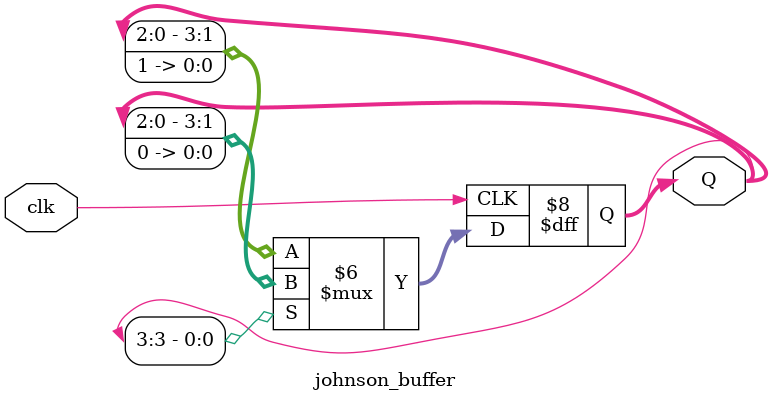
<source format=v>
`timescale 1ns / 1ps


module johnson_buffer(
    input clk,
    output reg [3:0] Q = 0
    );
    
    always @(posedge clk)
        if(!Q[3]) Q <= { Q[2:0], 1'b1 };
        else Q <= Q << 1;
endmodule

</source>
